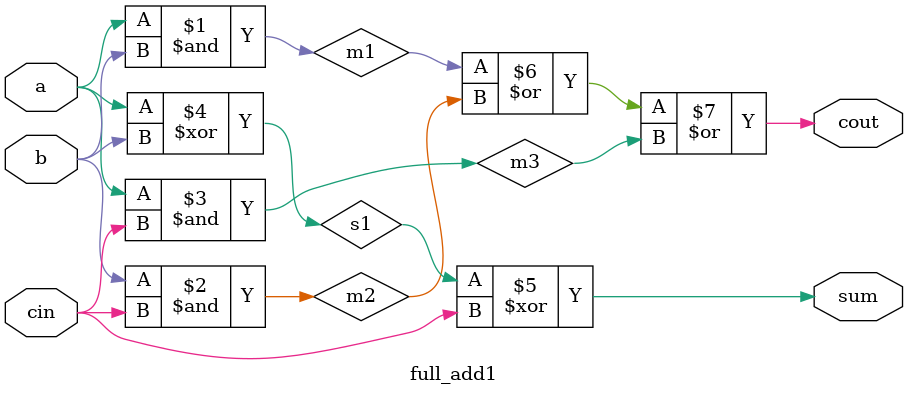
<source format=v>
module add_jl(sum,cout,a,b,cin);
output[7:0] sum;
output cout;
input[7:0] a,b;
input cin;

full_add1 f0(a[0],b[0],cin,sum[0],cin1);
full_add1 f1(a[1],b[1],cin1,sum[1],cin2);
full_add1 f2(a[2],b[2],cin2,sum[2],cin3);
full_add1 f3(a[3],b[3],cin3,sum[3],cin4);
full_add1 f4(a[4],b[4],cin4,sum[4],cin5);
full_add1 f5(a[5],b[5],cin5,sum[5],cin6);
full_add1 f6(a[6],b[6],cin6,sum[6],cin7);
full_add1 f7(a[7],b[7],cin7,sum[7],cout);
endmodule

module full_add1(a,b,cin,sum,cout);
input a,b,cin;
output sum,cout;
wire s1,m1,m2,m3;
and (m1,a,b),
    (m2,b,cin),
    (m3,a,cin);
xor (s1,a,b),
    (sum,s1,cin);
or  (cout,m1,m2,m3);
endmodule

</source>
